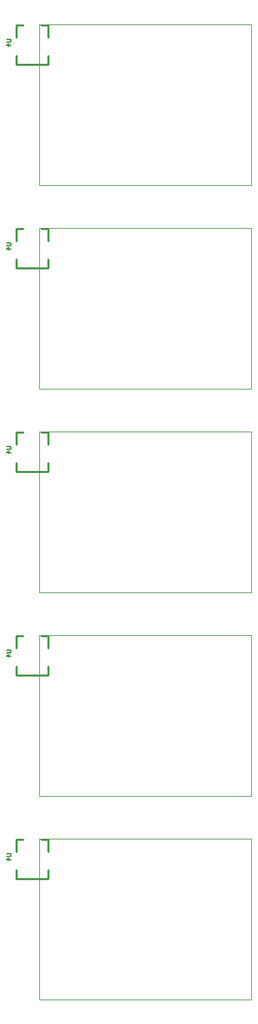
<source format=gbo>
G04 Layer_Color=32896*
%FSAX24Y24*%
%MOIN*%
G70*
G01*
G75*
%ADD18C,0.0100*%
%ADD29C,0.0020*%
%ADD32C,0.0060*%
D18*
X013908Y019753D02*
X014263D01*
X015136D02*
X015486D01*
X013908Y017823D02*
X015486D01*
Y018253D01*
Y019163D02*
Y019753D01*
X013908Y017823D02*
Y018253D01*
Y019163D02*
Y019753D01*
Y029753D02*
X014263D01*
X015136D02*
X015486D01*
X013908Y027823D02*
X015486D01*
Y028253D01*
Y029163D02*
Y029753D01*
X013908Y027823D02*
Y028253D01*
Y029163D02*
Y029753D01*
Y039753D02*
X014263D01*
X015136D02*
X015486D01*
X013908Y037823D02*
X015486D01*
Y038253D01*
Y039163D02*
Y039753D01*
X013908Y037823D02*
Y038253D01*
Y039163D02*
Y039753D01*
Y049753D02*
X014263D01*
X015136D02*
X015486D01*
X013908Y047823D02*
X015486D01*
Y048253D01*
Y049163D02*
Y049753D01*
X013908Y047823D02*
Y048253D01*
Y049163D02*
Y049753D01*
Y059753D02*
X014263D01*
X015136D02*
X015486D01*
X013908Y057823D02*
X015486D01*
Y058253D01*
Y059163D02*
Y059753D01*
X013908Y057823D02*
Y058253D01*
Y059163D02*
Y059753D01*
D29*
X015050Y011900D02*
X025500D01*
X015050Y019800D02*
X025500D01*
Y011900D02*
Y019800D01*
X015050Y011900D02*
Y019800D01*
Y021900D02*
X025500D01*
X015050Y029800D02*
X025500D01*
Y021900D02*
Y029800D01*
X015050Y021900D02*
Y029800D01*
Y031900D02*
X025500D01*
X015050Y039800D02*
X025500D01*
Y031900D02*
Y039800D01*
X015050Y031900D02*
Y039800D01*
Y041900D02*
X025500D01*
X015050Y049800D02*
X025500D01*
Y041900D02*
Y049800D01*
X015050Y041900D02*
Y049800D01*
Y051900D02*
X025500D01*
X015050Y059800D02*
X025500D01*
Y051900D02*
Y059800D01*
X015050Y051900D02*
Y059800D01*
D32*
X013450Y019050D02*
X013617D01*
X013650Y019017D01*
Y018950D01*
X013617Y018917D01*
X013450D01*
X013650Y018750D02*
X013450D01*
X013550Y018850D01*
Y018717D01*
X013450Y029050D02*
X013617D01*
X013650Y029017D01*
Y028950D01*
X013617Y028917D01*
X013450D01*
X013650Y028750D02*
X013450D01*
X013550Y028850D01*
Y028717D01*
X013450Y039050D02*
X013617D01*
X013650Y039017D01*
Y038950D01*
X013617Y038917D01*
X013450D01*
X013650Y038750D02*
X013450D01*
X013550Y038850D01*
Y038717D01*
X013450Y049050D02*
X013617D01*
X013650Y049017D01*
Y048950D01*
X013617Y048917D01*
X013450D01*
X013650Y048750D02*
X013450D01*
X013550Y048850D01*
Y048717D01*
X013450Y059050D02*
X013617D01*
X013650Y059017D01*
Y058950D01*
X013617Y058917D01*
X013450D01*
X013650Y058750D02*
X013450D01*
X013550Y058850D01*
Y058717D01*
M02*

</source>
